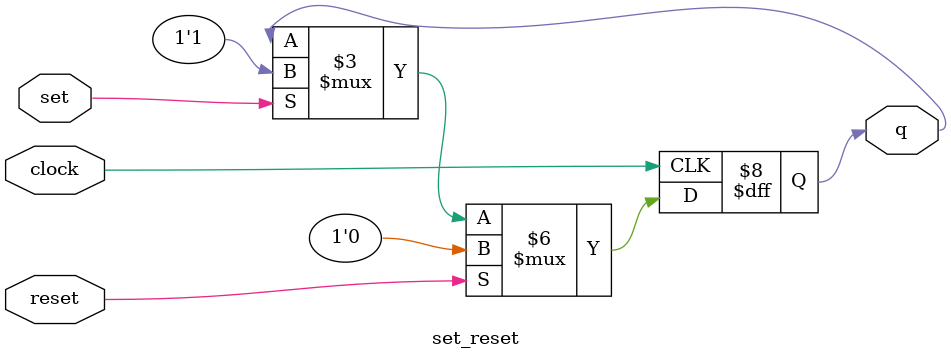
<source format=v>

module set_reset( 
	input wire clock, 
	input wire set, 
	input wire reset, 
	output reg q = initial_state );

parameter initial_state = 1'b0;

always @(posedge clock)
begin
	if (reset)
		q <= 1'b0;
	else if (set) begin
		q <= 1'b1;
	end
end

endmodule

</source>
